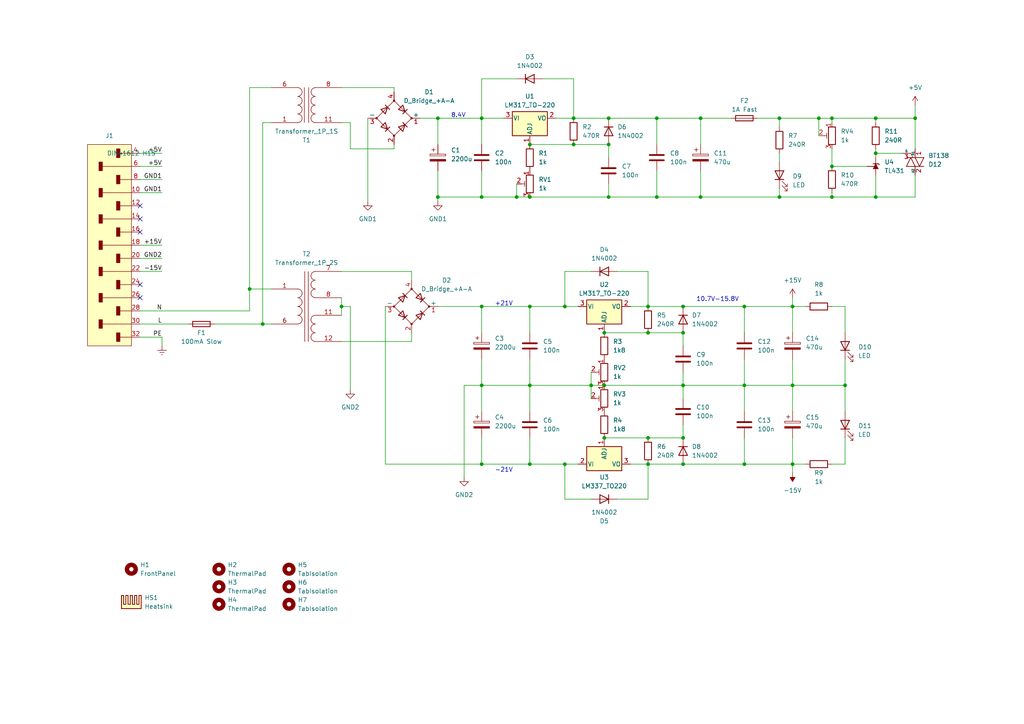
<source format=kicad_sch>
(kicad_sch (version 20230121) (generator eeschema)
  (paper "A4")
  (lib_symbols
    (symbol "Device:C" (pin_numbers hide) (pin_names (offset 0.254))
      (property "Reference" "C" (at 0.635 2.54 0))
      (property "Value" "C" (at 0.635 -2.54 0))
      (symbol "C_0_1"
        (polyline (pts (xy -2.032 -0.762) (xy 2.032 -0.762)) (stroke (width 0.508)))
        (polyline (pts (xy -2.032 0.762) (xy 2.032 0.762)) (stroke (width 0.508)))
      )
      (symbol "C_1_1"
        (pin passive line (at 0 3.81 270) (length 2.794) (name "~") (number "1"))
        (pin passive line (at 0 -3.81 90) (length 2.794) (name "~") (number "2"))
      )
    )
    (symbol "Device:C_Polarized" (pin_numbers hide) (pin_names (offset 0.254))
      (property "Reference" "C" (at 0.635 2.54 0))
      (property "Value" "C_Polarized" (at 0.635 -2.54 0))
      (symbol "C_Polarized_0_1"
        (rectangle (start -2.286 0.508) (end 2.286 1.016))
        (polyline (pts (xy -1.778 2.286) (xy -0.762 2.286)))
        (polyline (pts (xy -1.27 2.794) (xy -1.27 1.778)))
        (rectangle (start 2.286 -0.508) (end -2.286 -1.016) (fill (type outline)))
      )
      (symbol "C_Polarized_1_1"
        (pin passive line (at 0 3.81 270) (length 2.794) (name "~") (number "1"))
        (pin passive line (at 0 -3.81 90) (length 2.794) (name "~") (number "2"))
      )
    )
    (symbol "Device:D" (pin_numbers hide) (pin_names (offset 1.016) hide)
      (property "Reference" "D" (at 0 2.54 0))
      (property "Value" "D" (at 0 -2.54 0))
      (symbol "D_0_1"
        (polyline (pts (xy -1.27 1.27) (xy -1.27 -1.27)) (stroke (width 0.254)))
        (polyline (pts (xy 1.27 0) (xy -1.27 0)))
        (polyline (pts (xy 1.27 1.27) (xy 1.27 -1.27) (xy -1.27 0) (xy 1.27 1.27)) (stroke (width 0.254)))
      )
      (symbol "D_1_1"
        (pin passive line (at -3.81 0 0) (length 2.54) (name "K") (number "1"))
        (pin passive line (at 3.81 0 180) (length 2.54) (name "A") (number "2"))
      )
    )
    (symbol "Device:D_Bridge_+A-A" (pin_names (offset 0))
      (property "Reference" "D" (at 2.54 6.985 0))
      (property "Value" "D_Bridge_+A-A" (at 2.54 5.08 0))
      (symbol "D_Bridge_+A-A_0_1"
        (circle (center -5.08 0) (radius 0.254) (fill (type outline)))
        (circle (center 0 -5.08) (radius 0.254) (fill (type outline)))
        (polyline (pts (xy -2.54 3.81) (xy -1.27 2.54)) (stroke (width 0.254)))
        (polyline (pts (xy -1.27 -2.54) (xy -2.54 -3.81)) (stroke (width 0.254)))
        (polyline (pts (xy 2.54 -1.27) (xy 3.81 -2.54)) (stroke (width 0.254)))
        (polyline (pts (xy 2.54 1.27) (xy 3.81 2.54)) (stroke (width 0.254)))
        (polyline (pts (xy -3.81 2.54) (xy -2.54 1.27) (xy -1.905 3.175) (xy -3.81 2.54)) (stroke (width 0.254)))
        (polyline (pts (xy -2.54 -1.27) (xy -3.81 -2.54) (xy -1.905 -3.175) (xy -2.54 -1.27)) (stroke (width 0.254)))
        (polyline (pts (xy 1.27 2.54) (xy 2.54 3.81) (xy 3.175 1.905) (xy 1.27 2.54)) (stroke (width 0.254)))
        (polyline (pts (xy 3.175 -1.905) (xy 1.27 -2.54) (xy 2.54 -3.81) (xy 3.175 -1.905)) (stroke (width 0.254)))
        (polyline (pts (xy -5.08 0) (xy 0 -5.08) (xy 5.08 0) (xy 0 5.08) (xy -5.08 0)))
        (circle (center 0 5.08) (radius 0.254) (fill (type outline)))
        (circle (center 5.08 0) (radius 0.254) (fill (type outline)))
      )
      (symbol "D_Bridge_+A-A_1_1"
        (pin passive line (at 7.62 0 180) (length 2.54) (name "+") (number "1"))
        (pin passive line (at 0 -7.62 90) (length 2.54) (name "~") (number "2"))
        (pin passive line (at -7.62 0 0) (length 2.54) (name "-") (number "3"))
        (pin passive line (at 0 7.62 270) (length 2.54) (name "~") (number "4"))
      )
    )
    (symbol "Device:Fuse" (pin_numbers hide) (pin_names (offset 0))
      (property "Reference" "F" (at 2.032 0 90))
      (property "Value" "Fuse" (at -1.905 0 90))
      (symbol "Fuse_0_1"
        (rectangle (start -0.762 -2.54) (end 0.762 2.54) (stroke (width 0.254)))
        (polyline (pts (xy 0 2.54) (xy 0 -2.54)))
      )
      (symbol "Fuse_1_1"
        (pin passive line (at 0 3.81 270) (length 1.27) (name "~") (number "1"))
        (pin passive line (at 0 -3.81 90) (length 1.27) (name "~") (number "2"))
      )
    )
    (symbol "Device:LED" (pin_numbers hide) (pin_names (offset 1.016) hide)
      (property "Reference" "D" (at 0 2.54 0))
      (property "Value" "LED" (at 0 -2.54 0))
      (symbol "LED_0_1"
        (polyline (pts (xy -1.27 -1.27) (xy -1.27 1.27)) (stroke (width 0.254)))
        (polyline (pts (xy -1.27 0) (xy 1.27 0)))
        (polyline (pts (xy 1.27 -1.27) (xy 1.27 1.27) (xy -1.27 0) (xy 1.27 -1.27)) (stroke (width 0.254)))
        (polyline (pts (xy -3.048 -0.762) (xy -4.572 -2.286) (xy -3.81 -2.286) (xy -4.572 -2.286) (xy -4.572 -1.524)))
        (polyline (pts (xy -1.778 -0.762) (xy -3.302 -2.286) (xy -2.54 -2.286) (xy -3.302 -2.286) (xy -3.302 -1.524)))
      )
      (symbol "LED_1_1"
        (pin passive line (at -3.81 0 0) (length 2.54) (name "K") (number "1"))
        (pin passive line (at 3.81 0 180) (length 2.54) (name "A") (number "2"))
      )
    )
    (symbol "Device:Q_TRIAC_A1A2G" (pin_names (offset 0))
      (property "Reference" "D" (at 3.175 0.635 0))
      (property "Value" "Q_TRIAC_A1A2G" (at 3.175 -1.27 0))
      (symbol "Q_TRIAC_A1A2G_0_1"
        (polyline (pts (xy -2.54 -1.27) (xy 2.54 -1.27)) (stroke (width 0.2032)))
        (polyline (pts (xy -2.54 1.27) (xy 2.54 1.27)) (stroke (width 0.2032)))
        (polyline (pts (xy -1.27 -2.54) (xy -0.635 -1.27)))
        (polyline (pts (xy -2.54 1.27) (xy -1.27 -1.27) (xy 0 1.27)) (stroke (width 0.2032)))
        (polyline (pts (xy 0 -1.27) (xy 1.27 1.27) (xy 2.54 -1.27)) (stroke (width 0.2032)))
      )
      (symbol "Q_TRIAC_A1A2G_1_1"
        (pin passive line (at 0 -3.81 90) (length 2.54) (name "A1") (number "1"))
        (pin passive line (at 0 3.81 270) (length 2.54) (name "A2") (number "2"))
        (pin input line (at -3.81 -2.54 0) (length 2.54) (name "G") (number "3"))
      )
    )
    (symbol "Device:R" (pin_numbers hide) (pin_names (offset 0))
      (property "Reference" "R" (at 2.032 0 90))
      (property "Value" "R" (at 0 0 90))
      (symbol "R_0_1"
        (rectangle (start -1.016 -2.54) (end 1.016 2.54) (stroke (width 0.254)))
      )
      (symbol "R_1_1"
        (pin passive line (at 0 3.81 270) (length 1.27) (name "~") (number "1"))
        (pin passive line (at 0 -3.81 90) (length 1.27) (name "~") (number "2"))
      )
    )
    (symbol "Device:R_Potentiometer_Trim" (pin_names (offset 1.016) hide)
      (property "Reference" "RV" (at -4.445 0 90))
      (property "Value" "R_Potentiometer_Trim" (at -2.54 0 90))
      (symbol "R_Potentiometer_Trim_0_1"
        (polyline (pts (xy 1.524 0.762) (xy 1.524 -0.762)))
        (polyline (pts (xy 2.54 0) (xy 1.524 0)))
        (rectangle (start 1.016 2.54) (end -1.016 -2.54) (stroke (width 0.254)))
      )
      (symbol "R_Potentiometer_Trim_1_1"
        (pin passive line (at 0 3.81 270) (length 1.27) (name "1") (number "1"))
        (pin passive line (at 3.81 0 180) (length 1.27) (name "2") (number "2"))
        (pin passive line (at 0 -3.81 90) (length 1.27) (name "3") (number "3"))
      )
    )
    (symbol "Device:Transformer_1P_1S" (pin_names (offset 1.016) hide)
      (property "Reference" "T1" (at 0.0127 10.16 0))
      (property "Value" "Transformer_1P_1S" (at 0.0127 7.62 0))
      (symbol "Transformer_1P_1S_0_1"
        (arc (start -2.54 -5.0546) (mid -1.6599 -4.6901) (end -1.27 -3.81))
        (arc (start -2.54 -2.5146) (mid -1.6599 -2.1501) (end -1.27 -1.27))
        (arc (start -2.54 0.0254) (mid -1.6599 0.3899) (end -1.27 1.27))
        (arc (start -2.54 2.5654) (mid -1.6599 2.9299) (end -1.27 3.81))
        (arc (start -1.27 -3.81) (mid -1.642 -2.912) (end -2.54 -2.54))
        (arc (start -1.27 -1.27) (mid -1.642 -0.372) (end -2.54 0))
        (arc (start -1.27 1.27) (mid -1.642 2.168) (end -2.54 2.54))
        (arc (start -1.27 3.81) (mid -1.642 4.708) (end -2.54 5.08))
        (polyline (pts (xy -0.635 5.08) (xy -0.635 -5.08)))
        (polyline (pts (xy 0.635 -5.08) (xy 0.635 5.08)))
        (arc (start 1.2954 -1.27) (mid 1.6599 -2.1501) (end 2.54 -2.5146))
        (arc (start 1.2954 1.27) (mid 1.6599 0.3899) (end 2.54 0.0254))
        (arc (start 1.2954 3.81) (mid 1.6599 2.9299) (end 2.54 2.5654))
        (arc (start 1.3208 -3.81) (mid 1.6853 -4.6901) (end 2.5654 -5.0546))
        (arc (start 2.54 0) (mid 1.642 -0.372) (end 1.2954 -1.27))
        (arc (start 2.54 2.54) (mid 1.642 2.168) (end 1.2954 1.27))
        (arc (start 2.54 5.08) (mid 1.642 4.708) (end 1.2954 3.81))
        (arc (start 2.5654 -2.54) (mid 1.6674 -2.912) (end 1.3208 -3.81))
      )
      (symbol "Transformer_1P_1S_1_1"
        (pin passive line (at -10.16 5.08 0) (length 7.62) (name "AA") (number "1"))
        (pin passive line (at 10.16 5.08 180) (length 7.62) (name "SB") (number "11"))
        (pin passive line (at -10.16 -5.08 0) (length 7.62) (name "AB") (number "6"))
        (pin passive line (at 10.16 -5.08 180) (length 7.62) (name "SA") (number "8"))
      )
    )
    (symbol "Device:Transformer_1P_2S" (pin_names (offset 1.016) hide)
      (property "Reference" "T2" (at 0 15.24 0))
      (property "Value" "Transformer_1P_2S" (at 0 12.7 0))
      (symbol "Transformer_1P_2S_0_1"
        (arc (start -2.54 -5.0546) (mid -1.6599 -4.6901) (end -1.27 -3.81))
        (arc (start -2.54 -2.5146) (mid -1.6599 -2.1501) (end -1.27 -1.27))
        (arc (start -2.54 0.0254) (mid -1.6599 0.3899) (end -1.27 1.27))
        (arc (start -2.54 2.5654) (mid -1.6599 2.9299) (end -1.27 3.81))
        (arc (start -1.27 -3.81) (mid -1.642 -2.912) (end -2.54 -2.54))
        (arc (start -1.27 -1.27) (mid -1.642 -0.372) (end -2.54 0))
        (arc (start -1.27 1.27) (mid -1.642 2.168) (end -2.54 2.54))
        (arc (start -1.27 3.81) (mid -1.642 4.708) (end -2.54 5.08))
        (polyline (pts (xy -0.508 -10.16) (xy -0.508 10.16)))
        (polyline (pts (xy 0.508 10.16) (xy 0.508 -10.16)))
        (arc (start 1.2954 -8.89) (mid 1.6599 -9.7701) (end 2.54 -10.1346))
        (arc (start 1.2954 -6.35) (mid 1.6599 -7.2301) (end 2.54 -7.5946))
        (arc (start 1.2954 -3.81) (mid 1.6599 -4.6901) (end 2.54 -5.0546))
        (arc (start 1.2954 3.81) (mid 1.6599 2.9299) (end 2.54 2.5654))
        (arc (start 1.2954 6.35) (mid 1.6599 5.4699) (end 2.54 5.1054))
        (arc (start 1.2954 8.89) (mid 1.6599 8.0099) (end 2.54 7.6454))
        (arc (start 2.54 -7.62) (mid 1.642 -7.992) (end 1.2954 -8.89))
        (arc (start 2.54 -5.08) (mid 1.642 -5.452) (end 1.2954 -6.35))
        (arc (start 2.54 -2.54) (mid 1.642 -2.912) (end 1.2954 -3.81))
        (arc (start 2.54 5.08) (mid 1.642 4.708) (end 1.2954 3.81))
        (arc (start 2.54 7.62) (mid 1.642 7.248) (end 1.2954 6.35))
        (arc (start 2.54 10.16) (mid 1.642 9.788) (end 1.2954 8.89))
      )
      (symbol "Transformer_1P_2S_1_1"
        (pin passive line (at -10.16 5.08 0) (length 7.62) (name "AA") (number "1"))
        (pin passive line (at 10.16 -2.54 180) (length 7.62) (name "SC") (number "11"))
        (pin passive line (at 10.16 -10.16 180) (length 7.62) (name "SD") (number "12"))
        (pin passive line (at -10.16 -5.08 0) (length 7.62) (name "AB") (number "6"))
        (pin passive line (at 10.16 10.16 180) (length 7.62) (name "SA") (number "7"))
        (pin passive line (at 10.16 2.54 180) (length 7.62) (name "SB") (number "8"))
      )
    )
    (symbol "Mechanical:Heatsink" (pin_names (offset 1.016))
      (property "Reference" "HS" (at 0 5.08 0))
      (property "Value" "Heatsink" (at 0 -1.27 0))
      (symbol "Heatsink_0_1"
        (polyline (pts (xy -0.3302 1.27) (xy -0.9652 1.27) (xy -0.9652 3.81) (xy -1.6002 3.81) (xy -1.6002 1.27) (xy -2.2352 1.27) (xy -2.2352 3.81) (xy -2.8702 3.81) (xy -2.8702 0) (xy -0.9652 0)) (stroke (width 0.254)) (fill (type background)))
        (polyline (pts (xy -0.3302 1.27) (xy -0.3302 3.81) (xy 0.3048 3.81) (xy 0.3048 1.27) (xy 0.9398 1.27) (xy 0.9398 3.81) (xy 1.5748 3.81) (xy 1.5748 1.27) (xy 2.2098 1.27) (xy 2.2098 3.81) (xy 2.8448 3.81) (xy 2.8448 0) (xy -0.9652 0)) (stroke (width 0.254)) (fill (type background)))
      )
    )
    (symbol "Mechanical:MountingHole" (pin_names (offset 1.016))
      (property "Reference" "H" (at 0 5.08 0))
      (property "Value" "MountingHole" (at 0 3.175 0))
      (symbol "MountingHole_0_1"
        (circle (center 0 0) (radius 1.27) (stroke (width 1.27)))
      )
    )
    (symbol "Reference_Voltage:TL431LP" (pin_numbers hide) (pin_names hide)
      (property "Reference" "U" (at -2.54 2.54 0))
      (property "Value" "TL431LP" (at 0 -2.54 0))
      (symbol "TL431LP_0_1"
        (polyline (pts (xy -1.27 0) (xy 0 0) (xy 1.27 0)))
        (polyline (pts (xy -0.762 0.762) (xy 0.762 0) (xy -0.762 -0.762)) (fill (type outline)))
        (polyline (pts (xy 0.508 -1.016) (xy 0.762 -0.762) (xy 0.762 0.762) (xy 0.762 0.762)) (stroke (width 0.254)))
      )
      (symbol "TL431LP_1_1"
        (pin passive line (at 0 2.54 270) (length 2.54) (name "REF") (number "1"))
        (pin passive line (at -2.54 0 0) (length 2.54) (name "A") (number "2"))
        (pin passive line (at 2.54 0 180) (length 2.54) (name "K") (number "3"))
      )
    )
    (symbol "Regulator_Linear:LM317_TO-220" (pin_names (offset 0.254))
      (property "Reference" "U" (at -3.81 3.175 0))
      (property "Value" "LM317_TO-220" (at 0 3.175 0))
      (symbol "LM317_TO-220_0_1"
        (rectangle (start -5.08 1.905) (end 5.08 -5.08) (stroke (width 0.254)) (fill (type background)))
      )
      (symbol "LM317_TO-220_1_1"
        (pin input line (at 0 -7.62 90) (length 2.54) (name "ADJ") (number "1"))
        (pin power_out line (at 7.62 0 180) (length 2.54) (name "VO") (number "2"))
        (pin power_in line (at -7.62 0 0) (length 2.54) (name "VI") (number "3"))
      )
    )
    (symbol "Regulator_Linear:LM337_TO220" (pin_names (offset 0.254))
      (property "Reference" "U" (at -3.81 -3.175 0))
      (property "Value" "LM337_TO220" (at 0 -3.175 0))
      (symbol "LM337_TO220_0_1"
        (rectangle (start -5.08 5.08) (end 5.08 -1.905) (stroke (width 0.254)) (fill (type background)))
      )
      (symbol "LM337_TO220_1_1"
        (pin input line (at 0 7.62 270) (length 2.54) (name "ADJ") (number "1"))
        (pin power_in line (at -7.62 0 0) (length 2.54) (name "VI") (number "2"))
        (pin power_out line (at 7.62 0 180) (length 2.54) (name "VO") (number "3"))
      )
    )
    (symbol "power:+15V" (power) (pin_names (offset 0))
      (property "Value" "+15V" (at 0 3.556 0))
      (symbol "+15V_0_1"
        (polyline (pts (xy -0.762 1.27) (xy 0 2.54)))
        (polyline (pts (xy 0 0) (xy 0 2.54)))
        (polyline (pts (xy 0 2.54) (xy 0.762 1.27)))
      )
      (symbol "+15V_1_1"
        (pin power_in line (at 0 0 90) (length 0) hide (name "+15V") (number "1"))
      )
    )
    (symbol "power:+5V" (power) (pin_names (offset 0))
      (property "Value" "+5V" (at 0 3.556 0))
      (symbol "+5V_0_1"
        (polyline (pts (xy -0.762 1.27) (xy 0 2.54)))
        (polyline (pts (xy 0 0) (xy 0 2.54)))
        (polyline (pts (xy 0 2.54) (xy 0.762 1.27)))
      )
      (symbol "+5V_1_1"
        (pin power_in line (at 0 0 90) (length 0) hide (name "+5V") (number "1"))
      )
    )
    (symbol "power:-15V" (power) (pin_names (offset 0))
      (property "Value" "-15V" (at 0 3.81 0))
      (symbol "-15V_0_0"
        (pin power_in line (at 0 0 90) (length 0) hide (name "-15V") (number "1"))
      )
      (symbol "-15V_0_1"
        (polyline (pts (xy 0 0) (xy 0 1.27) (xy 0.762 1.27) (xy 0 2.54) (xy -0.762 1.27) (xy 0 1.27)) (fill (type outline)))
      )
    )
    (symbol "power:Earth" (power) (pin_names (offset 0))
      (symbol "Earth_0_1"
        (polyline (pts (xy -0.635 -1.905) (xy 0.635 -1.905)))
        (polyline (pts (xy -0.127 -2.54) (xy 0.127 -2.54)))
        (polyline (pts (xy 0 -1.27) (xy 0 0)))
        (polyline (pts (xy 1.27 -1.27) (xy -1.27 -1.27)))
      )
      (symbol "Earth_1_1"
        (pin power_in line (at 0 0 270) (length 0) hide (name "Earth") (number "1"))
      )
    )
    (symbol "power:GND1" (power) (pin_names (offset 0))
      (property "Value" "GND1" (at 0 -3.81 0))
      (symbol "GND1_0_1"
        (polyline (pts (xy 0 0) (xy 0 -1.27) (xy 1.27 -1.27) (xy 0 -2.54) (xy -1.27 -1.27) (xy 0 -1.27)))
      )
      (symbol "GND1_1_1"
        (pin power_in line (at 0 0 270) (length 0) hide (name "GND1") (number "1"))
      )
    )
    (symbol "power:GND2" (power) (pin_names (offset 0))
      (property "Value" "GND2" (at 0 -3.81 0))
      (symbol "GND2_0_1"
        (polyline (pts (xy 0 0) (xy 0 -1.27) (xy 1.27 -1.27) (xy 0 -2.54) (xy -1.27 -1.27) (xy 0 -1.27)))
      )
      (symbol "GND2_1_1"
        (pin power_in line (at 0 0 270) (length 0) hide (name "GND2") (number "1"))
      )
    )
    (symbol "rackz80-symbols:DIN41612-H12"
      (property "Reference" "J" (at 0 31.75 0))
      (symbol "DIN41612-H12_1_1"
        (rectangle (start -6.35 29.21) (end 6.35 -29.21) (fill (type background)))
        (rectangle (start -3.048 -25.4) (end -2.032 -27.94) (fill (type outline)))
        (rectangle (start -3.048 -17.78) (end -2.032 -20.32) (fill (type outline)))
        (rectangle (start -3.048 -10.16) (end -2.032 -12.7) (fill (type outline)))
        (rectangle (start -3.048 -2.54) (end -2.032 -5.08) (fill (type outline)))
        (rectangle (start -3.048 5.08) (end -2.032 2.54) (fill (type outline)))
        (rectangle (start -3.048 12.7) (end -2.032 10.16) (fill (type outline)))
        (rectangle (start -3.048 20.32) (end -2.032 17.78) (fill (type outline)))
        (rectangle (start -3.048 27.94) (end -2.032 25.4) (fill (type outline)))
        (polyline (pts (xy -6.35 -26.67) (xy -3.048 -26.67)))
        (polyline (pts (xy -6.35 -22.86) (xy 2.032 -22.86)))
        (polyline (pts (xy -6.35 -19.05) (xy -3.048 -19.05)))
        (polyline (pts (xy -6.35 -15.24) (xy 2.032 -15.24)))
        (polyline (pts (xy -6.35 -11.43) (xy -3.048 -11.43)))
        (polyline (pts (xy -6.35 -7.62) (xy 2.032 -7.62)))
        (polyline (pts (xy -6.35 -3.81) (xy -3.048 -3.81)))
        (polyline (pts (xy -6.35 0) (xy 2.032 0)))
        (polyline (pts (xy -6.35 3.81) (xy -3.048 3.81)))
        (polyline (pts (xy -6.35 7.62) (xy 2.032 7.62)))
        (polyline (pts (xy -6.35 11.43) (xy -3.048 11.43)))
        (polyline (pts (xy -6.35 15.24) (xy 2.032 15.24)))
        (polyline (pts (xy -6.35 19.05) (xy -3.048 19.05)))
        (polyline (pts (xy -6.35 22.86) (xy 2.032 22.86)))
        (polyline (pts (xy -6.35 26.67) (xy -3.048 26.67)))
        (rectangle (start 2.032 -21.59) (end 3.048 -24.13) (fill (type outline)))
        (rectangle (start 2.032 -13.97) (end 3.048 -16.51) (fill (type outline)))
        (rectangle (start 2.032 -6.35) (end 3.048 -8.89) (fill (type outline)))
        (rectangle (start 2.032 1.27) (end 3.048 -1.27) (fill (type outline)))
        (rectangle (start 2.032 8.89) (end 3.048 6.35) (fill (type outline)))
        (rectangle (start 2.032 16.51) (end 3.048 13.97) (fill (type outline)))
        (rectangle (start 2.032 24.13) (end 3.048 21.59) (fill (type outline)))
        (pin passive line (at -8.89 15.24 0) (length 2.54) (name "~") (number "10"))
        (pin passive line (at -8.89 11.43 0) (length 2.54) (name "~") (number "12"))
        (pin passive line (at -8.89 7.62 0) (length 2.54) (name "~") (number "14"))
        (pin passive line (at -8.89 3.81 0) (length 2.54) (name "~") (number "16"))
        (pin passive line (at -8.89 0 0) (length 2.54) (name "~") (number "18"))
        (pin passive line (at -8.89 -3.81 0) (length 2.54) (name "~") (number "20"))
        (pin passive line (at -8.89 -7.62 0) (length 2.54) (name "~") (number "22"))
        (pin passive line (at -8.89 -11.43 0) (length 2.54) (name "~") (number "24"))
        (pin passive line (at -8.89 -15.24 0) (length 2.54) (name "~") (number "26"))
        (pin passive line (at -8.89 -19.05 0) (length 2.54) (name "~") (number "28"))
        (pin passive line (at -8.89 -22.86 0) (length 2.54) (name "~") (number "30"))
        (pin passive line (at -8.89 -26.67 0) (length 2.54) (name "~") (number "32"))
        (pin passive line (at -8.89 26.67 0) (length 2.54) (name "~") (number "4"))
        (pin passive line (at -8.89 22.86 0) (length 2.54) (name "~") (number "6"))
        (pin passive line (at -8.89 19.05 0) (length 2.54) (name "~") (number "8"))
      )
    )
  )
  (junction (at 171.45 111.76))
  (junction (at 237.49 34.29))
  (junction (at 190.5 57.15))
  (junction (at 175.26 96.52))
  (junction (at 241.3 34.29))
  (junction (at 226.06 34.29))
  (junction (at 215.9 134.62))
  (junction (at 72.39 83.82))
  (junction (at 215.9 111.76))
  (junction (at 163.83 134.62))
  (junction (at 153.67 88.9))
  (junction (at 187.96 96.52))
  (junction (at 203.2 57.15))
  (junction (at 229.87 134.62))
  (junction (at 153.67 134.62))
  (junction (at 254 57.15))
  (junction (at 229.87 88.9))
  (junction (at 153.67 41.91))
  (junction (at 187.96 127))
  (junction (at 245.11 111.76))
  (junction (at 127 34.29))
  (junction (at 198.12 127))
  (junction (at 215.9 88.9))
  (junction (at 163.83 88.9))
  (junction (at 241.3 48.26))
  (junction (at 99.06 88.9))
  (junction (at 254 34.29))
  (junction (at 139.7 134.62))
  (junction (at 175.26 127))
  (junction (at 153.67 111.76))
  (junction (at 166.37 41.91))
  (junction (at 76.2 93.98))
  (junction (at 187.96 88.9))
  (junction (at 226.06 57.15))
  (junction (at 127 57.15))
  (junction (at 139.7 57.15))
  (junction (at 198.12 134.62))
  (junction (at 139.7 111.76))
  (junction (at 176.53 34.29))
  (junction (at 176.53 57.15))
  (junction (at 241.3 57.15))
  (junction (at 198.12 96.52))
  (junction (at 149.86 57.15))
  (junction (at 176.53 41.91))
  (junction (at 166.37 34.29))
  (junction (at 175.26 111.76))
  (junction (at 198.12 88.9))
  (junction (at 198.12 111.76))
  (junction (at 203.2 34.29))
  (junction (at 229.87 111.76))
  (junction (at 254 44.45))
  (junction (at 190.5 34.29))
  (junction (at 187.96 134.62))
  (junction (at 265.43 34.29))
  (junction (at 139.7 34.29))
  (junction (at 139.7 88.9))
  (junction (at 153.67 57.15))
  (no_connect (at 40.64 82.55))
  (no_connect (at 40.64 86.36))
  (no_connect (at 40.64 67.31))
  (no_connect (at 40.64 59.69))
  (no_connect (at 40.64 63.5))
  (wire (pts (xy 241.3 88.9) (xy 245.11 88.9)))
  (wire (pts (xy 203.2 49.53) (xy 203.2 57.15)))
  (wire (pts (xy 229.87 134.62) (xy 229.87 127)))
  (wire (pts (xy 40.64 44.45) (xy 46.99 44.45)))
  (wire (pts (xy 203.2 34.29) (xy 212.09 34.29)))
  (wire (pts (xy 237.49 34.29) (xy 241.3 34.29)))
  (wire (pts (xy 127 57.15) (xy 139.7 57.15)))
  (wire (pts (xy 198.12 88.9) (xy 215.9 88.9)))
  (wire (pts (xy 149.86 57.15) (xy 153.67 57.15)))
  (wire (pts (xy 198.12 134.62) (xy 215.9 134.62)))
  (wire (pts (xy 106.68 34.29) (xy 106.68 58.42)))
  (wire (pts (xy 99.06 25.4) (xy 114.3 25.4)))
  (wire (pts (xy 254 43.18) (xy 254 44.45)))
  (wire (pts (xy 166.37 22.86) (xy 166.37 34.29)))
  (wire (pts (xy 40.64 48.26) (xy 46.99 48.26)))
  (wire (pts (xy 226.06 54.61) (xy 226.06 57.15)))
  (wire (pts (xy 265.43 50.8) (xy 265.43 57.15)))
  (wire (pts (xy 139.7 134.62) (xy 111.76 134.62)))
  (wire (pts (xy 153.67 88.9) (xy 163.83 88.9)))
  (wire (pts (xy 229.87 111.76) (xy 245.11 111.76)))
  (wire (pts (xy 40.64 97.79) (xy 46.99 97.79)))
  (wire (pts (xy 127 88.9) (xy 139.7 88.9)))
  (wire (pts (xy 72.39 25.4) (xy 78.74 25.4)))
  (wire (pts (xy 254 34.29) (xy 254 35.56)))
  (wire (pts (xy 149.86 53.34) (xy 149.86 57.15)))
  (wire (pts (xy 101.6 43.18) (xy 114.3 43.18)))
  (wire (pts (xy 175.26 111.76) (xy 198.12 111.76)))
  (wire (pts (xy 176.53 34.29) (xy 190.5 34.29)))
  (wire (pts (xy 198.12 111.76) (xy 215.9 111.76)))
  (wire (pts (xy 101.6 88.9) (xy 99.06 88.9)))
  (wire (pts (xy 119.38 99.06) (xy 119.38 96.52)))
  (wire (pts (xy 215.9 134.62) (xy 215.9 127)))
  (wire (pts (xy 153.67 134.62) (xy 153.67 127)))
  (wire (pts (xy 251.46 48.26) (xy 241.3 48.26)))
  (wire (pts (xy 101.6 35.56) (xy 101.6 43.18)))
  (wire (pts (xy 198.12 96.52) (xy 198.12 100.33)))
  (wire (pts (xy 139.7 49.53) (xy 139.7 57.15)))
  (wire (pts (xy 265.43 34.29) (xy 265.43 43.18)))
  (wire (pts (xy 241.3 34.29) (xy 241.3 35.56)))
  (wire (pts (xy 187.96 134.62) (xy 198.12 134.62)))
  (wire (pts (xy 153.67 88.9) (xy 153.67 96.52)))
  (wire (pts (xy 226.06 34.29) (xy 237.49 34.29)))
  (wire (pts (xy 99.06 99.06) (xy 119.38 99.06)))
  (wire (pts (xy 153.67 134.62) (xy 163.83 134.62)))
  (wire (pts (xy 76.2 93.98) (xy 78.74 93.98)))
  (wire (pts (xy 182.88 88.9) (xy 187.96 88.9)))
  (wire (pts (xy 226.06 44.45) (xy 226.06 46.99)))
  (wire (pts (xy 175.26 96.52) (xy 187.96 96.52)))
  (wire (pts (xy 198.12 111.76) (xy 198.12 115.57)))
  (wire (pts (xy 219.71 34.29) (xy 226.06 34.29)))
  (wire (pts (xy 134.62 138.43) (xy 134.62 111.76)))
  (wire (pts (xy 127 34.29) (xy 139.7 34.29)))
  (wire (pts (xy 254 34.29) (xy 265.43 34.29)))
  (wire (pts (xy 121.92 34.29) (xy 127 34.29)))
  (wire (pts (xy 198.12 127) (xy 187.96 127)))
  (wire (pts (xy 245.11 134.62) (xy 241.3 134.62)))
  (wire (pts (xy 176.53 41.91) (xy 176.53 45.72)))
  (wire (pts (xy 215.9 134.62) (xy 229.87 134.62)))
  (wire (pts (xy 72.39 90.17) (xy 72.39 83.82)))
  (wire (pts (xy 139.7 22.86) (xy 139.7 34.29)))
  (wire (pts (xy 198.12 107.95) (xy 198.12 111.76)))
  (wire (pts (xy 40.64 71.12) (xy 46.99 71.12)))
  (wire (pts (xy 203.2 34.29) (xy 203.2 41.91)))
  (wire (pts (xy 139.7 88.9) (xy 139.7 96.52)))
  (wire (pts (xy 153.67 57.15) (xy 176.53 57.15)))
  (wire (pts (xy 198.12 123.19) (xy 198.12 127)))
  (wire (pts (xy 139.7 57.15) (xy 149.86 57.15)))
  (wire (pts (xy 46.99 97.79) (xy 46.99 100.33)))
  (wire (pts (xy 203.2 57.15) (xy 226.06 57.15)))
  (wire (pts (xy 153.67 111.76) (xy 171.45 111.76)))
  (wire (pts (xy 254 50.8) (xy 254 57.15)))
  (wire (pts (xy 229.87 104.14) (xy 229.87 111.76)))
  (wire (pts (xy 229.87 111.76) (xy 215.9 111.76)))
  (wire (pts (xy 40.64 74.93) (xy 46.99 74.93)))
  (wire (pts (xy 215.9 104.14) (xy 215.9 111.76)))
  (wire (pts (xy 139.7 34.29) (xy 139.7 41.91)))
  (wire (pts (xy 101.6 113.03) (xy 101.6 88.9)))
  (wire (pts (xy 171.45 144.78) (xy 163.83 144.78)))
  (wire (pts (xy 127 41.91) (xy 127 34.29)))
  (wire (pts (xy 127 57.15) (xy 127 58.42)))
  (wire (pts (xy 40.64 93.98) (xy 54.61 93.98)))
  (wire (pts (xy 226.06 57.15) (xy 241.3 57.15)))
  (wire (pts (xy 157.48 22.86) (xy 166.37 22.86)))
  (wire (pts (xy 241.3 57.15) (xy 254 57.15)))
  (wire (pts (xy 119.38 78.74) (xy 99.06 78.74)))
  (wire (pts (xy 139.7 134.62) (xy 139.7 127)))
  (wire (pts (xy 163.83 134.62) (xy 167.64 134.62)))
  (wire (pts (xy 229.87 88.9) (xy 233.68 88.9)))
  (wire (pts (xy 179.07 78.74) (xy 187.96 78.74)))
  (wire (pts (xy 254 44.45) (xy 254 45.72)))
  (wire (pts (xy 171.45 111.76) (xy 175.26 111.76)))
  (wire (pts (xy 190.5 49.53) (xy 190.5 57.15)))
  (wire (pts (xy 153.67 41.91) (xy 166.37 41.91)))
  (wire (pts (xy 139.7 88.9) (xy 153.67 88.9)))
  (wire (pts (xy 114.3 25.4) (xy 114.3 26.67)))
  (wire (pts (xy 171.45 111.76) (xy 171.45 115.57)))
  (wire (pts (xy 190.5 34.29) (xy 203.2 34.29)))
  (wire (pts (xy 254 57.15) (xy 265.43 57.15)))
  (wire (pts (xy 265.43 30.48) (xy 265.43 34.29)))
  (wire (pts (xy 190.5 34.29) (xy 190.5 41.91)))
  (wire (pts (xy 187.96 78.74) (xy 187.96 88.9)))
  (wire (pts (xy 40.64 78.74) (xy 46.99 78.74)))
  (wire (pts (xy 163.83 78.74) (xy 163.83 88.9)))
  (wire (pts (xy 163.83 144.78) (xy 163.83 134.62)))
  (wire (pts (xy 229.87 86.36) (xy 229.87 88.9)))
  (wire (pts (xy 40.64 90.17) (xy 72.39 90.17)))
  (wire (pts (xy 99.06 86.36) (xy 99.06 88.9)))
  (wire (pts (xy 176.53 53.34) (xy 176.53 57.15)))
  (wire (pts (xy 245.11 127) (xy 245.11 134.62)))
  (wire (pts (xy 149.86 22.86) (xy 139.7 22.86)))
  (wire (pts (xy 187.96 96.52) (xy 198.12 96.52)))
  (wire (pts (xy 72.39 83.82) (xy 78.74 83.82)))
  (wire (pts (xy 254 44.45) (xy 261.62 44.45)))
  (wire (pts (xy 163.83 88.9) (xy 167.64 88.9)))
  (wire (pts (xy 99.06 35.56) (xy 101.6 35.56)))
  (wire (pts (xy 229.87 96.52) (xy 229.87 88.9)))
  (wire (pts (xy 76.2 35.56) (xy 76.2 93.98)))
  (wire (pts (xy 190.5 57.15) (xy 203.2 57.15)))
  (wire (pts (xy 76.2 35.56) (xy 78.74 35.56)))
  (wire (pts (xy 166.37 34.29) (xy 176.53 34.29)))
  (wire (pts (xy 139.7 111.76) (xy 153.67 111.76)))
  (wire (pts (xy 229.87 134.62) (xy 229.87 137.16)))
  (wire (pts (xy 40.64 52.07) (xy 46.99 52.07)))
  (wire (pts (xy 72.39 83.82) (xy 72.39 25.4)))
  (wire (pts (xy 40.64 55.88) (xy 46.99 55.88)))
  (wire (pts (xy 237.49 34.29) (xy 237.49 39.37)))
  (wire (pts (xy 226.06 34.29) (xy 226.06 36.83)))
  (wire (pts (xy 161.29 34.29) (xy 166.37 34.29)))
  (wire (pts (xy 229.87 88.9) (xy 215.9 88.9)))
  (wire (pts (xy 245.11 104.14) (xy 245.11 111.76)))
  (wire (pts (xy 182.88 134.62) (xy 187.96 134.62)))
  (wire (pts (xy 134.62 111.76) (xy 139.7 111.76)))
  (wire (pts (xy 62.23 93.98) (xy 76.2 93.98)))
  (wire (pts (xy 99.06 88.9) (xy 99.06 91.44)))
  (wire (pts (xy 241.3 43.18) (xy 241.3 48.26)))
  (wire (pts (xy 187.96 134.62) (xy 187.96 144.78)))
  (wire (pts (xy 245.11 88.9) (xy 245.11 96.52)))
  (wire (pts (xy 111.76 134.62) (xy 111.76 88.9)))
  (wire (pts (xy 245.11 111.76) (xy 245.11 119.38)))
  (wire (pts (xy 139.7 34.29) (xy 146.05 34.29)))
  (wire (pts (xy 171.45 78.74) (xy 163.83 78.74)))
  (wire (pts (xy 139.7 104.14) (xy 139.7 111.76)))
  (wire (pts (xy 215.9 119.38) (xy 215.9 111.76)))
  (wire (pts (xy 114.3 43.18) (xy 114.3 41.91)))
  (wire (pts (xy 171.45 107.95) (xy 171.45 111.76)))
  (wire (pts (xy 215.9 88.9) (xy 215.9 96.52)))
  (wire (pts (xy 233.68 134.62) (xy 229.87 134.62)))
  (wire (pts (xy 179.07 144.78) (xy 187.96 144.78)))
  (wire (pts (xy 119.38 81.28) (xy 119.38 78.74)))
  (wire (pts (xy 166.37 41.91) (xy 176.53 41.91)))
  (wire (pts (xy 153.67 134.62) (xy 139.7 134.62)))
  (wire (pts (xy 139.7 111.76) (xy 139.7 119.38)))
  (wire (pts (xy 127 49.53) (xy 127 57.15)))
  (wire (pts (xy 175.26 127) (xy 187.96 127)))
  (wire (pts (xy 153.67 111.76) (xy 153.67 119.38)))
  (wire (pts (xy 229.87 119.38) (xy 229.87 111.76)))
  (wire (pts (xy 187.96 88.9) (xy 198.12 88.9)))
  (wire (pts (xy 176.53 57.15) (xy 190.5 57.15)))
  (wire (pts (xy 153.67 104.14) (xy 153.67 111.76)))
  (wire (pts (xy 241.3 55.88) (xy 241.3 57.15)))
  (wire (pts (xy 241.3 34.29) (xy 254 34.29)))
  (text "+21V" (at 143.51 88.9 0) (effects (font (size 1.27 1.27)) (justify left bottom)))
  (text "8.4V" (at 130.81 34.29 0) (effects (font (size 1.27 1.27)) (justify left bottom)))
  (text "-21V" (at 143.51 137.16 0) (effects (font (size 1.27 1.27)) (justify left bottom)))
  (text "10.7V-15.8V" (at 201.93 87.63 0) (effects (font (size 1.27 1.27)) (justify left bottom)))
  (label "L" (at 46.99 93.98 180))
  (label "+5V" (at 46.99 48.26 180))
  (label "GND1" (at 46.99 52.07 180))
  (label "GND2" (at 46.99 74.93 180))
  (label "+5V" (at 46.99 44.45 180))
  (label "GND1" (at 46.99 55.88 180))
  (label "+15V" (at 46.99 71.12 180))
  (label "PE" (at 46.99 97.79 180))
  (label "-15V" (at 46.99 78.74 180))
  (label "N" (at 46.99 90.17 180))
  (symbol (lib_id "Mechanical:MountingHole") (at 83.82 175.26 0) (unit 1) (on_board no)
    (property "Reference" "H7" (at 86.36 173.99 0) (effects (justify left)))
    (property "Value" "TabIsolation" (at 86.36 176.53 0) (effects (justify left)))
    (property "Reichelt" "IB 6" (effects hide))
  )
  (symbol (lib_id "Mechanical:MountingHole") (at 38.1 165.1 0) (unit 1)
    (property "Reference" "H1" (at 40.64 163.83 0) (effects (justify left)))
    (property "Value" "FrontPanel" (at 40.64 166.37 0) (effects (justify left)))
    (property "Footprint" "rackz80-footprints:Eurocard_FrontPanel" (effects hide))
  )
  (symbol (lib_id "Device:D") (at 198.12 92.71 270) (unit 1)
    (property "Reference" "D7" (at 200.66 91.44 90) (effects (justify left)))
    (property "Value" "1N4002" (at 200.66 93.98 90) (effects (justify left)))
    (property "Footprint" "Diode_THT:D_DO-41_SOD81_P10.16mm_Horizontal" (effects hide))
    (property "Sim.Device" "D" (effects hide))
    (property "Sim.Pins" "1=K 2=A" (effects hide))
    (property "Reichelt" "1N 4002" (effects hide))
  )
  (symbol (lib_id "Device:C") (at 153.67 123.19 0) (unit 1)
    (property "Reference" "C6" (at 157.48 121.92 0) (effects (justify left)))
    (property "Value" "100n" (at 157.48 124.46 0) (effects (justify left)))
    (property "Footprint" "Capacitor_THT:C_Disc_D4.3mm_W1.9mm_P5.00mm" (effects hide))
    (property "Reichelt" "KERKO 100N" (effects hide))
  )
  (symbol (lib_id "power:GND1") (at 106.68 58.42 0) (unit 1)
    (property "Reference" "#PWR03" (effects hide))
    (property "Value" "GND1" (at 106.68 63.5 0))
  )
  (symbol (lib_id "Device:R") (at 175.26 100.33 180) (unit 1)
    (property "Reference" "R3" (at 177.8 99.06 0) (effects (justify right)))
    (property "Value" "1k8" (at 177.8 101.6 0) (effects (justify right)))
    (property "Footprint" "Resistor_THT:R_Axial_DIN0207_L6.3mm_D2.5mm_P10.16mm_Horizontal" (effects hide))
    (property "Reichelt" "METALL 1,00K" (effects hide))
  )
  (symbol (lib_id "Mechanical:MountingHole") (at 83.82 170.18 0) (unit 1) (on_board no)
    (property "Reference" "H6" (at 86.36 168.91 0) (effects (justify left)))
    (property "Value" "TabIsolation" (at 86.36 171.45 0) (effects (justify left)))
    (property "Reichelt" "IB 6" (effects hide))
  )
  (symbol (lib_id "Device:Transformer_1P_1S") (at 88.9 30.48 0) (mirror x) (unit 1)
    (property "Reference" "T1" (at 88.9127 40.64 0))
    (property "Value" "Transformer_1P_1S" (at 88.9127 38.1 0))
    (property "Footprint" "rackz80-footprints:BlockTrafo_10VA" (effects hide))
    (property "Datasheet" "https://cdn-reichelt.de/documents/datenblatt/C500/EI48.pdf" (effects hide))
    (property "Reichelt" "EI 48/16,8 106" (effects hide))
  )
  (symbol (lib_id "Device:Transformer_1P_2S") (at 88.9 88.9 0) (unit 1)
    (property "Reference" "T2" (at 88.9 73.66 0))
    (property "Value" "Transformer_1P_2S" (at 88.9 76.2 0))
    (property "Footprint" "rackz80-footprints:BlockTrafo_10VA" (effects hide))
    (property "Datasheet" "https://cdn-reichelt.de/documents/datenblatt/C500/EI48.pdf" (effects hide))
    (property "Reichelt" "EI 48/16,8 215" (effects hide))
  )
  (symbol (lib_id "power:GND2") (at 101.6 113.03 0) (unit 1)
    (property "Reference" "#PWR02" (effects hide))
    (property "Value" "GND2" (at 101.6 118.11 0))
  )
  (symbol (lib_id "Device:C") (at 198.12 104.14 0) (unit 1)
    (property "Reference" "C9" (at 201.93 102.87 0) (effects (justify left)))
    (property "Value" "100n" (at 201.93 105.41 0) (effects (justify left)))
    (property "Footprint" "Capacitor_THT:C_Disc_D4.3mm_W1.9mm_P5.00mm" (effects hide))
    (property "Reichelt" "KERKO 100N" (effects hide))
  )
  (symbol (lib_id "Device:C") (at 176.53 49.53 0) (unit 1)
    (property "Reference" "C7" (at 180.34 48.26 0) (effects (justify left)))
    (property "Value" "100n" (at 180.34 50.8 0) (effects (justify left)))
    (property "Footprint" "Capacitor_THT:C_Disc_D4.3mm_W1.9mm_P5.00mm" (effects hide))
    (property "Reichelt" "KERKO 100N" (effects hide))
  )
  (symbol (lib_id "Device:C_Polarized") (at 229.87 100.33 0) (unit 1)
    (property "Reference" "C14" (at 233.68 98.171 0) (effects (justify left)))
    (property "Value" "470u" (at 233.68 100.711 0) (effects (justify left)))
    (property "Footprint" "Capacitor_THT:CP_Radial_D8.0mm_P3.50mm" (effects hide))
    (property "Reichelt" "RAD FR 470/35" (effects hide))
  )
  (symbol (lib_id "Device:D") (at 175.26 144.78 0) (mirror y) (unit 1)
    (property "Reference" "D5" (at 175.26 151.13 0))
    (property "Value" "1N4002" (at 175.26 148.59 0))
    (property "Footprint" "Diode_THT:D_DO-41_SOD81_P10.16mm_Horizontal" (effects hide))
    (property "Sim.Device" "D" (effects hide))
    (property "Sim.Pins" "1=K 2=A" (effects hide))
    (property "Reichelt" "1N 4002" (effects hide))
  )
  (symbol (lib_id "Device:LED") (at 226.06 50.8 90) (unit 1)
    (property "Reference" "D9" (at 229.87 51.1175 90) (effects (justify right)))
    (property "Value" "LED" (at 229.87 53.6575 90) (effects (justify right)))
    (property "Footprint" "rackz80-footprints:LED_Kingbright_T-1_3mm" (effects hide))
    (property "Reichelt" "KBT L-710A8EW/1G" (effects hide))
  )
  (symbol (lib_id "Device:R") (at 254 39.37 0) (unit 1)
    (property "Reference" "R11" (at 256.54 38.1 0) (effects (justify left)))
    (property "Value" "240R" (at 256.54 40.64 0) (effects (justify left)))
    (property "Footprint" "Resistor_THT:R_Axial_DIN0207_L6.3mm_D2.5mm_P10.16mm_Horizontal" (effects hide))
    (property "Reichelt" "METALL 240" (effects hide))
  )
  (symbol (lib_id "Device:R") (at 187.96 92.71 180) (unit 1)
    (property "Reference" "R5" (at 190.5 91.44 0) (effects (justify right)))
    (property "Value" "240R" (at 190.5 93.98 0) (effects (justify right)))
    (property "Footprint" "Resistor_THT:R_Axial_DIN0207_L6.3mm_D2.5mm_P10.16mm_Horizontal" (effects hide))
    (property "Reichelt" "METALL 240" (effects hide))
  )
  (symbol (lib_id "Regulator_Linear:LM317_TO-220") (at 153.67 34.29 0) (unit 1)
    (property "Reference" "U1" (at 153.67 27.94 0))
    (property "Value" "LM317_TO-220" (at 153.67 30.48 0))
    (property "Footprint" "Package_TO_SOT_THT:TO-220-3_Vertical" (effects hide))
    (property "Datasheet" "http://www.ti.com/lit/ds/symlink/lm317.pdf" (effects hide))
    (property "Reichelt" "LM 317 TG" (effects hide))
  )
  (symbol (lib_id "Device:R") (at 226.06 40.64 180) (unit 1)
    (property "Reference" "R7" (at 228.6 39.37 0) (effects (justify right)))
    (property "Value" "240R" (at 228.6 41.91 0) (effects (justify right)))
    (property "Footprint" "Resistor_THT:R_Axial_DIN0207_L6.3mm_D2.5mm_P10.16mm_Horizontal" (effects hide))
    (property "Reichelt" "METALL 240" (effects hide))
  )
  (symbol (lib_id "Device:D") (at 198.12 130.81 270) (unit 1)
    (property "Reference" "D8" (at 200.66 129.54 90) (effects (justify left)))
    (property "Value" "1N4002" (at 200.66 132.08 90) (effects (justify left)))
    (property "Footprint" "Diode_THT:D_DO-41_SOD81_P10.16mm_Horizontal" (effects hide))
    (property "Sim.Device" "D" (effects hide))
    (property "Sim.Pins" "1=K 2=A" (effects hide))
    (property "Reichelt" "1N 4002" (effects hide))
  )
  (symbol (lib_id "Device:D_Bridge_+A-A") (at 114.3 34.29 0) (unit 1)
    (property "Reference" "D1" (at 124.46 26.67 0))
    (property "Value" "D_Bridge_+A-A" (at 124.46 29.21 0))
    (property "Footprint" "Diode_THT:Diode_Bridge_Round_D9.0mm" (effects hide))
    (property "Datasheet" "https://cdn-reichelt.de/documents/datenblatt/A400/B40_500R_ENG_DATASHEET.pdf" (effects hide))
    (property "Reichelt" "B250R DIO" (effects hide))
  )
  (symbol (lib_id "Device:D_Bridge_+A-A") (at 119.38 88.9 0) (unit 1)
    (property "Reference" "D2" (at 129.54 81.28 0))
    (property "Value" "D_Bridge_+A-A" (at 129.54 83.82 0))
    (property "Footprint" "Diode_THT:Diode_Bridge_Round_D9.0mm" (effects hide))
    (property "Datasheet" "https://cdn-reichelt.de/documents/datenblatt/A400/B40_500R_ENG_DATASHEET.pdf" (effects hide))
    (property "Reichelt" "B250R DIO" (effects hide))
  )
  (symbol (lib_id "power:Earth") (at 46.99 100.33 0) (unit 1)
    (property "Reference" "#PWR01" (effects hide))
    (property "Value" "Earth" (effects hide))
  )
  (symbol (lib_id "Mechanical:MountingHole") (at 63.5 170.18 0) (unit 1) (on_board no)
    (property "Reference" "H3" (at 66.04 168.91 0) (effects (justify left)))
    (property "Value" "ThermalPad" (at 66.04 171.45 0) (effects (justify left)))
    (property "Reichelt" "TO-220 0.30 MM" (effects hide))
  )
  (symbol (lib_id "Device:C") (at 215.9 100.33 0) (unit 1)
    (property "Reference" "C12" (at 219.71 99.06 0) (effects (justify left)))
    (property "Value" "100n" (at 219.71 101.6 0) (effects (justify left)))
    (property "Footprint" "Capacitor_THT:C_Disc_D4.3mm_W1.9mm_P5.00mm" (effects hide))
    (property "Reichelt" "KERKO 100N" (effects hide))
  )
  (symbol (lib_id "Device:C") (at 215.9 123.19 0) (unit 1)
    (property "Reference" "C13" (at 219.71 121.92 0) (effects (justify left)))
    (property "Value" "100n" (at 219.71 124.46 0) (effects (justify left)))
    (property "Footprint" "Capacitor_THT:C_Disc_D4.3mm_W1.9mm_P5.00mm" (effects hide))
    (property "Reichelt" "KERKO 100N" (effects hide))
  )
  (symbol (lib_id "Device:R_Potentiometer_Trim") (at 241.3 39.37 0) (mirror y) (unit 1)
    (property "Reference" "RV4" (at 243.84 38.1 0) (effects (justify right)))
    (property "Value" "1k" (at 243.84 40.64 0) (effects (justify right)))
    (property "Footprint" "Potentiometer_THT:Potentiometer_Piher_PT-10-V10_Vertical" (effects hide))
    (property "Reichelt" "PT 10-L 1,0K" (effects hide))
  )
  (symbol (lib_id "Device:C") (at 190.5 45.72 0) (unit 1)
    (property "Reference" "C8" (at 194.31 44.45 0) (effects (justify left)))
    (property "Value" "100n" (at 194.31 46.99 0) (effects (justify left)))
    (property "Footprint" "Capacitor_THT:C_Disc_D4.3mm_W1.9mm_P5.00mm" (effects hide))
    (property "Reichelt" "KERKO 100N" (effects hide))
  )
  (symbol (lib_id "Mechanical:MountingHole") (at 63.5 175.26 0) (unit 1) (on_board no)
    (property "Reference" "H4" (at 66.04 173.99 0) (effects (justify left)))
    (property "Value" "ThermalPad" (at 66.04 176.53 0) (effects (justify left)))
    (property "Reichelt" "TO-220 0.30 MM" (effects hide))
  )
  (symbol (lib_id "power:-15V") (at 229.87 137.16 180) (unit 1)
    (property "Reference" "#PWR07" (effects hide))
    (property "Value" "-15V" (at 229.87 142.24 0))
  )
  (symbol (lib_id "Device:D") (at 153.67 22.86 0) (unit 1)
    (property "Reference" "D3" (at 153.67 16.51 0))
    (property "Value" "1N4002" (at 153.67 19.05 0))
    (property "Footprint" "Diode_THT:D_DO-41_SOD81_P10.16mm_Horizontal" (effects hide))
    (property "Sim.Device" "D" (effects hide))
    (property "Sim.Pins" "1=K 2=A" (effects hide))
    (property "Reichelt" "1N 4002" (effects hide))
  )
  (symbol (lib_id "Device:C_Polarized") (at 203.2 45.72 0) (unit 1)
    (property "Reference" "C11" (at 207.01 44.45 0) (effects (justify left)))
    (property "Value" "470u" (at 207.01 46.99 0) (effects (justify left)))
    (property "Footprint" "Capacitor_THT:CP_Radial_D8.0mm_P3.50mm" (effects hide))
    (property "Reichelt" "RAD FR 470/35" (effects hide))
  )
  (symbol (lib_id "Device:R") (at 175.26 123.19 180) (unit 1)
    (property "Reference" "R4" (at 177.8 121.92 0) (effects (justify right)))
    (property "Value" "1k8" (at 177.8 124.46 0) (effects (justify right)))
    (property "Footprint" "Resistor_THT:R_Axial_DIN0207_L6.3mm_D2.5mm_P10.16mm_Horizontal" (effects hide))
    (property "Reichelt" "METALL 1,00K" (effects hide))
  )
  (symbol (lib_id "Device:R") (at 241.3 52.07 0) (unit 1)
    (property "Reference" "R10" (at 243.84 50.8 0) (effects (justify left)))
    (property "Value" "470R" (at 243.84 53.34 0) (effects (justify left)))
    (property "Footprint" "Resistor_THT:R_Axial_DIN0207_L6.3mm_D2.5mm_P10.16mm_Horizontal" (effects hide))
    (property "Reichelt" "METALL 470" (effects hide))
  )
  (symbol (lib_id "Device:R") (at 166.37 38.1 180) (unit 1)
    (property "Reference" "R2" (at 168.91 36.83 0) (effects (justify right)))
    (property "Value" "470R" (at 168.91 39.37 0) (effects (justify right)))
    (property "Footprint" "Resistor_THT:R_Axial_DIN0207_L6.3mm_D2.5mm_P10.16mm_Horizontal" (effects hide))
    (property "Reichelt" "METALL 470" (effects hide))
  )
  (symbol (lib_id "Device:Fuse") (at 58.42 93.98 90) (unit 1)
    (property "Reference" "F1" (at 58.42 96.52 90))
    (property "Value" "100mA Slow" (at 58.42 99.06 90))
    (property "Footprint" "Fuse:Fuseholder_Cylinder-5x20mm_Schurter_0031_8201_Horizontal_Open" (effects hide))
    (property "Reichelt" "PL 112000" (effects hide))
  )
  (symbol (lib_id "Device:C") (at 153.67 100.33 0) (unit 1)
    (property "Reference" "C5" (at 157.48 99.06 0) (effects (justify left)))
    (property "Value" "100n" (at 157.48 101.6 0) (effects (justify left)))
    (property "Footprint" "Capacitor_THT:C_Disc_D4.3mm_W1.9mm_P5.00mm" (effects hide))
    (property "Reichelt" "KERKO 100N" (effects hide))
  )
  (symbol (lib_id "Device:Fuse") (at 215.9 34.29 90) (unit 1)
    (property "Reference" "F2" (at 215.9 29.21 90))
    (property "Value" "1A Fast" (at 215.9 31.75 90))
    (property "Footprint" "Fuse:Fuseholder_Cylinder-5x20mm_Schurter_0031_8201_Horizontal_Open" (effects hide))
    (property "Reichelt" "PL 112000" (effects hide))
  )
  (symbol (lib_id "Device:C") (at 198.12 119.38 0) (unit 1)
    (property "Reference" "C10" (at 201.93 118.11 0) (effects (justify left)))
    (property "Value" "100n" (at 201.93 120.65 0) (effects (justify left)))
    (property "Footprint" "Capacitor_THT:C_Disc_D4.3mm_W1.9mm_P5.00mm" (effects hide))
    (property "Reichelt" "KERKO 100N" (effects hide))
  )
  (symbol (lib_id "Device:LED") (at 245.11 100.33 90) (unit 1)
    (property "Reference" "D10" (at 248.92 100.6475 90) (effects (justify right)))
    (property "Value" "LED" (at 248.92 103.1875 90) (effects (justify right)))
    (property "Footprint" "rackz80-footprints:LED_Kingbright_T-1_3mm" (effects hide))
    (property "Reichelt" "KBT L-710A8EW/1G" (effects hide))
  )
  (symbol (lib_id "power:GND2") (at 134.62 138.43 0) (unit 1)
    (property "Reference" "#PWR05" (effects hide))
    (property "Value" "GND2" (at 134.62 143.51 0))
  )
  (symbol (lib_id "Device:R") (at 153.67 45.72 180) (unit 1)
    (property "Reference" "R1" (at 156.21 44.45 0) (effects (justify right)))
    (property "Value" "1k" (at 156.21 46.99 0) (effects (justify right)))
    (property "Footprint" "Resistor_THT:R_Axial_DIN0207_L6.3mm_D2.5mm_P10.16mm_Horizontal" (effects hide))
    (property "Reichelt" "METALL 1,00K" (effects hide))
  )
  (symbol (lib_id "Device:C_Polarized") (at 139.7 100.33 0) (unit 1)
    (property "Reference" "C3" (at 143.51 98.171 0) (effects (justify left)))
    (property "Value" "2200u" (at 143.51 100.711 0) (effects (justify left)))
    (property "Footprint" "Capacitor_THT:CP_Radial_D12.5mm_P5.00mm" (effects hide))
    (property "Reichelt" "FR-A 2,2M 35" (effects hide))
  )
  (symbol (lib_id "Device:R_Potentiometer_Trim") (at 175.26 107.95 0) (mirror y) (unit 1)
    (property "Reference" "RV2" (at 177.8 106.68 0) (effects (justify right)))
    (property "Value" "1k" (at 177.8 109.22 0) (effects (justify right)))
    (property "Footprint" "Potentiometer_THT:Potentiometer_Piher_PT-10-V10_Vertical" (effects hide))
    (property "Reichelt" "PT 10-L 1,0K" (effects hide))
  )
  (symbol (lib_id "Regulator_Linear:LM337_TO220") (at 175.26 134.62 0) (unit 1)
    (property "Reference" "U3" (at 175.26 138.43 0))
    (property "Value" "LM337_TO220" (at 175.26 140.97 0))
    (property "Footprint" "Package_TO_SOT_THT:TO-220-3_Vertical" (effects hide))
    (property "Datasheet" "http://www.ti.com/lit/ds/symlink/lm337-n.pdf" (effects hide))
    (property "Reichelt" "LM 337-220" (effects hide))
  )
  (symbol (lib_id "Mechanical:MountingHole") (at 83.82 165.1 0) (unit 1) (on_board no)
    (property "Reference" "H5" (at 86.36 163.83 0) (effects (justify left)))
    (property "Value" "TabIsolation" (at 86.36 166.37 0) (effects (justify left)))
    (property "Reichelt" "IB 6" (effects hide))
  )
  (symbol (lib_id "power:+15V") (at 229.87 86.36 0) (unit 1)
    (property "Reference" "#PWR06" (effects hide))
    (property "Value" "+15V" (at 229.87 81.28 0))
  )
  (symbol (lib_id "power:GND1") (at 127 58.42 0) (unit 1)
    (property "Reference" "#PWR04" (effects hide))
    (property "Value" "GND1" (at 127 63.5 0))
  )
  (symbol (lib_id "Device:R") (at 237.49 134.62 90) (unit 1)
    (property "Reference" "R9" (at 237.49 137.16 90))
    (property "Value" "1k" (at 237.49 139.7 90))
    (property "Footprint" "Resistor_THT:R_Axial_DIN0207_L6.3mm_D2.5mm_P10.16mm_Horizontal" (effects hide))
    (property "Reichelt" "METALL 1,00K" (effects hide))
  )
  (symbol (lib_id "rackz80-symbols:DIN41612-H12") (at 31.75 71.12 0) (mirror y) (unit 1)
    (property "Reference" "J1" (at 31.75 39.37 0))
    (property "Value" "DIN41612 H15" (at 38.1 44.45 0))
    (property "Footprint" "rackz80-footprints:DIN41612_H_right_angle" (effects hide))
    (property "Reichelt" "ML-H 15" (effects hide))
  )
  (symbol (lib_id "Device:D") (at 176.53 38.1 270) (unit 1)
    (property "Reference" "D6" (at 179.07 36.83 90) (effects (justify left)))
    (property "Value" "1N4002" (at 179.07 39.37 90) (effects (justify left)))
    (property "Footprint" "Diode_THT:D_DO-41_SOD81_P10.16mm_Horizontal" (effects hide))
    (property "Sim.Device" "D" (effects hide))
    (property "Sim.Pins" "1=K 2=A" (effects hide))
    (property "Reichelt" "1N 4002" (effects hide))
  )
  (symbol (lib_id "Device:C_Polarized") (at 229.87 123.19 0) (unit 1)
    (property "Reference" "C15" (at 233.68 121.031 0) (effects (justify left)))
    (property "Value" "470u" (at 233.68 123.571 0) (effects (justify left)))
    (property "Footprint" "Capacitor_THT:CP_Radial_D8.0mm_P3.50mm" (effects hide))
    (property "Reichelt" "RAD FR 470/35" (effects hide))
  )
  (symbol (lib_id "Device:D") (at 175.26 78.74 0) (unit 1)
    (property "Reference" "D4" (at 175.26 72.39 0))
    (property "Value" "1N4002" (at 175.26 74.93 0))
    (property "Footprint" "Diode_THT:D_DO-41_SOD81_P10.16mm_Horizontal" (effects hide))
    (property "Sim.Device" "D" (effects hide))
    (property "Sim.Pins" "1=K 2=A" (effects hide))
    (property "Reichelt" "1N 4002" (effects hide))
  )
  (symbol (lib_id "Device:R") (at 237.49 88.9 90) (unit 1)
    (property "Reference" "R8" (at 237.49 82.55 90))
    (property "Value" "1k" (at 237.49 85.09 90))
    (property "Footprint" "Resistor_THT:R_Axial_DIN0207_L6.3mm_D2.5mm_P10.16mm_Horizontal" (effects hide))
    (property "Reichelt" "METALL 1,00K" (effects hide))
  )
  (symbol (lib_id "Device:R_Potentiometer_Trim") (at 175.26 115.57 0) (mirror y) (unit 1)
    (property "Reference" "RV3" (at 177.8 114.3 0) (effects (justify right)))
    (property "Value" "1k" (at 177.8 116.84 0) (effects (justify right)))
    (property "Footprint" "Potentiometer_THT:Potentiometer_Piher_PT-10-V10_Vertical" (effects hide))
    (property "Reichelt" "PT 10-L 1,0K" (effects hide))
  )
  (symbol (lib_id "Mechanical:Heatsink") (at 38.1 176.53 0) (unit 1)
    (property "Reference" "HS1" (at 41.91 173.355 0) (effects (justify left)))
    (property "Value" "Heatsink" (at 41.91 175.895 0) (effects (justify left)))
    (property "Footprint" "rackz80-footprints:Heatsink_Fischer_SK68_75mm" (effects hide))
    (property "Reichelt" "SK 68/75" (effects hide))
  )
  (symbol (lib_id "Device:R_Potentiometer_Trim") (at 153.67 53.34 0) (mirror y) (unit 1)
    (property "Reference" "RV1" (at 156.21 52.07 0) (effects (justify right)))
    (property "Value" "1k" (at 156.21 54.61 0) (effects (justify right)))
    (property "Footprint" "Potentiometer_THT:Potentiometer_Piher_PT-10-V10_Vertical" (effects hide))
    (property "Reichelt" "PT 10-L 1,0K" (effects hide))
  )
  (symbol (lib_id "Device:C_Polarized") (at 139.7 123.19 0) (unit 1)
    (property "Reference" "C4" (at 143.51 121.031 0) (effects (justify left)))
    (property "Value" "2200u" (at 143.51 123.571 0) (effects (justify left)))
    (property "Footprint" "Capacitor_THT:CP_Radial_D12.5mm_P5.00mm" (effects hide))
    (property "Reichelt" "FR-A 2,2M 35" (effects hide))
  )
  (symbol (lib_id "Device:Q_TRIAC_A1A2G") (at 265.43 46.99 0) (mirror x) (unit 1)
    (property "Reference" "D12" (at 269.24 47.6758 0) (effects (justify left)))
    (property "Value" "BT138" (at 269.24 45.1358 0) (effects (justify left)))
    (property "Footprint" "Package_TO_SOT_THT:TO-220-3_Vertical" (effects hide))
    (property "Datasheet" "https://cdn-reichelt.de/documents/datenblatt/A400/BT138-600_BT138-600E_BT138-800_NXP.pdf" (effects hide))
    (property "Reichelt" "BT 138/600" (effects hide))
  )
  (symbol (lib_id "Mechanical:MountingHole") (at 63.5 165.1 0) (unit 1) (on_board no)
    (property "Reference" "H2" (at 66.04 163.83 0) (effects (justify left)))
    (property "Value" "ThermalPad" (at 66.04 166.37 0) (effects (justify left)))
    (property "Reichelt" "TO-220 0.30 MM" (effects hide))
  )
  (symbol (lib_id "power:+5V") (at 265.43 30.48 0) (unit 1)
    (property "Reference" "#PWR08" (effects hide))
    (property "Value" "+5V" (at 265.43 25.4 0))
  )
  (symbol (lib_id "Device:C") (at 139.7 45.72 0) (unit 1)
    (property "Reference" "C2" (at 143.51 44.45 0) (effects (justify left)))
    (property "Value" "100n" (at 143.51 46.99 0) (effects (justify left)))
    (property "Footprint" "Capacitor_THT:C_Disc_D4.3mm_W1.9mm_P5.00mm" (effects hide))
    (property "Reichelt" "KERKO 100N" (effects hide))
  )
  (symbol (lib_id "Regulator_Linear:LM317_TO-220") (at 175.26 88.9 0) (unit 1)
    (property "Reference" "U2" (at 175.26 82.55 0))
    (property "Value" "LM317_TO-220" (at 175.26 85.09 0))
    (property "Footprint" "Package_TO_SOT_THT:TO-220-3_Vertical" (effects hide))
    (property "Datasheet" "http://www.ti.com/lit/ds/symlink/lm317.pdf" (effects hide))
    (property "Reichelt" "LM 317 TG" (effects hide))
  )
  (symbol (lib_id "Reference_Voltage:TL431LP") (at 254 48.26 90) (unit 1)
    (property "Reference" "U4" (at 256.54 46.99 90) (effects (justify right)))
    (property "Value" "TL431" (at 256.54 49.53 90) (effects (justify right)))
    (property "Footprint" "Package_TO_SOT_THT:TO-92_Inline_Wide" (effects hide))
    (property "Datasheet" "http://www.ti.com/lit/ds/symlink/tl431.pdf" (effects hide))
    (property "Reichelt" "TL 431 TO92" (effects hide))
  )
  (symbol (lib_id "Device:R") (at 187.96 130.81 180) (unit 1)
    (property "Reference" "R6" (at 190.5 129.54 0) (effects (justify right)))
    (property "Value" "240R" (at 190.5 132.08 0) (effects (justify right)))
    (property "Footprint" "Resistor_THT:R_Axial_DIN0207_L6.3mm_D2.5mm_P10.16mm_Horizontal" (effects hide))
    (property "Reichelt" "METALL 240" (effects hide))
  )
  (symbol (lib_id "Device:LED") (at 245.11 123.19 90) (unit 1)
    (property "Reference" "D11" (at 248.92 123.5075 90) (effects (justify right)))
    (property "Value" "LED" (at 248.92 126.0475 90) (effects (justify right)))
    (property "Footprint" "rackz80-footprints:LED_Kingbright_T-1_3mm" (effects hide))
    (property "Reichelt" "KBT L-710A8EW/1G" (effects hide))
  )
  (symbol (lib_id "Device:C_Polarized") (at 127 45.72 0) (unit 1)
    (property "Reference" "C1" (at 130.81 43.561 0) (effects (justify left)))
    (property "Value" "2200u" (at 130.81 46.101 0) (effects (justify left)))
    (property "Footprint" "Capacitor_THT:CP_Radial_D12.5mm_P5.00mm" (effects hide))
    (property "Reichelt" "FR-A 2,2M 35" (effects hide))
  )
)
</source>
